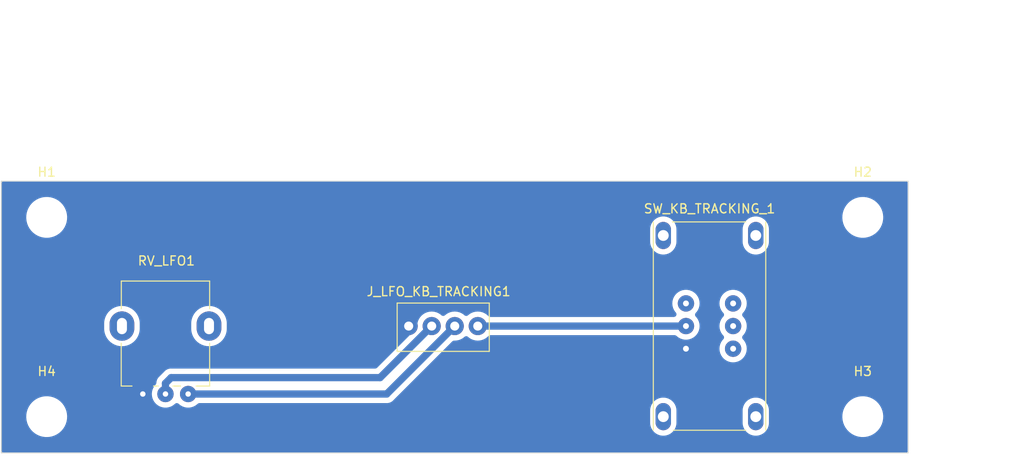
<source format=kicad_pcb>
(kicad_pcb (version 20221018) (generator pcbnew)
  (layers (0 "F.Cu" signal) (31 "B.Cu" signal) (34 "B.Paste" user) (35 "F.Paste" user) (36 "B.SilkS" user "B.Silkscreen") (37 "F.SilkS" user "F.Silkscreen") (38 "B.Mask" user) (39 "F.Mask" user) (44 "Edge.Cuts" user))
  (net 0 "")
  (net 1 "KB_TRACKING")
  (net 2 "LFO_IN")
  (net 3 "LFO_OUT")
  (net 6 "GND")
  (footprint "MountingHole:MountingHole_4mm" (layer "F.Cu") (at 162 72)
    (fp_text reference "H3" (at 0 -5) (layer "F.SilkS"))
    (fp_text value "MountingHole")
    (pad "" np_thru_hole circle (at 0 0) (size 4 4) (drill 4) (layers "*.Cu" "*.Mask"))
  )
  (footprint "MountingHole:MountingHole_4mm" (layer "F.Cu") (at 72 72)
    (fp_text reference "H4" (at 0 -5) (layer "F.SilkS"))
    (fp_text value "MountingHole")
    (pad "" np_thru_hole circle (at 0 0) (size 4 4) (drill 4) (layers "*.Cu" "*.Mask"))
  )
  (footprint "MountingHole:MountingHole_4mm" (layer "F.Cu") (at 162 50)
    (fp_text reference "H2" (at 0 -5) (layer "F.SilkS"))
    (fp_text value "MountingHole")
    (pad "" np_thru_hole circle (at 0 0) (size 4 4) (drill 4) (layers "*.Cu" "*.Mask"))
  )
  (footprint "Shmoergh_Custom_Footprints:NSL25_01x04_Vertical" (layer "F.Cu") (at 119.54 62 180)
    (fp_text reference "J_LFO_KB_TRACKING1" (at 4.318 3.81) (layer "F.SilkS"))
    (fp_text value "Conn_01x04")
    (fp_line (start -1.27 -2.794) (end 8.89 -2.794) (stroke (width 0.12)) (layer "F.SilkS"))
    (fp_line (start -1.27 2.54) (end -1.27 -2.794) (stroke (width 0.12)) (layer "F.SilkS"))
    (fp_line (start 8.89 -2.794) (end 8.89 2.54) (stroke (width 0.12)) (layer "F.SilkS"))
    (fp_line (start 8.89 2.54) (end -1.27 2.54) (stroke (width 0.12)) (layer "F.SilkS"))
    (pad "1" thru_hole circle (at 0 0 180) (size 2 2) (drill 1) (layers "*.Cu" "*.Mask") (net 1 "KB_TRACKING"))
    (pad "2" thru_hole circle (at 2.54 0 180) (size 2 2) (drill 1) (layers "*.Cu" "*.Mask") (net 2 "LFO_IN"))
    (pad "3" thru_hole circle (at 5.08 0 180) (size 2 2) (drill 1) (layers "*.Cu" "*.Mask") (net 3 "LFO_OUT"))
    (pad "4" thru_hole circle (at 7.62 0 180) (size 2 2) (drill 1) (layers "*.Cu" "*.Mask") (net 6 "GND"))
  )
  (footprint "Shmoergh_Custom_Footprints:DPDT Korg Style Switch" (layer "F.Cu") (at 145.1 62)
    (fp_text reference "SW_KB_TRACKING_1" (at 0 -12.954 unlocked) (layer "F.SilkS"))
    (fp_text value "SW_DPDT_x2")
    (fp_line (start -6.2 11.5) (end -6.2 -11.5) (stroke (width 0.12)) (layer "F.SilkS"))
    (fp_line (start -4.1 -11.5) (end 4 -11.5) (stroke (width 0.12)) (layer "F.SilkS"))
    (fp_line (start -4 11.5) (end 4 11.5) (stroke (width 0.12)) (layer "F.SilkS"))
    (fp_line (start 6.2 11.5) (end 6.2 -11.5) (stroke (width 0.12)) (layer "F.SilkS"))
    (pad "" thru_hole oval (at -5.1 -10) (size 1.7 3) (drill 1.2) (layers "*.Cu" "*.Mask"))
    (pad "" thru_hole oval (at -5.1 10) (size 1.7 3) (drill 1.2) (layers "*.Cu" "*.Mask"))
    (pad "" thru_hole oval (at 5.1 -10) (size 1.7 3) (drill 1.2) (layers "*.Cu" "*.Mask"))
    (pad "" thru_hole oval (at 5.1 10) (size 1.7 3) (drill 1.2) (layers "*.Cu" "*.Mask"))
    (pad "1" thru_hole circle (at -2.6 -2.5) (size 1.8 1.8) (drill 0.65) (layers "*.Cu" "*.Mask"))
    (pad "2" thru_hole circle (at 2.6 -2.5) (size 1.8 1.8) (drill 0.65) (layers "*.Cu" "*.Mask"))
    (pad "3" thru_hole circle (at -2.6 0) (size 1.8 1.8) (drill 0.65) (layers "*.Cu" "*.Mask") (net 1 "KB_TRACKING"))
    (pad "4" thru_hole circle (at 2.6 0) (size 1.8 1.8) (drill 0.65) (layers "*.Cu" "*.Mask"))
    (pad "5" thru_hole circle (at -2.6 2.5) (size 1.8 1.8) (drill 0.65) (layers "*.Cu" "*.Mask") (net 6 "GND"))
    (pad "6" thru_hole circle (at 2.6 2.5) (size 1.8 1.8) (drill 0.65) (layers "*.Cu" "*.Mask"))
  )
  (footprint "Shmoergh_Custom_Footprints:Potentiometer_Alpha_RD901F-40-00D_Single_Vertical" (layer "F.Cu") (at 85.1 62)
    (fp_text reference "RV_LFO1" (at 0.1 -7.2 180) (layer "F.SilkS"))
    (fp_text value "100k")
    (fp_line (start -4.88 6.62) (end -4.88 1.9) (stroke (width 0.12)) (layer "F.SilkS"))
    (fp_line (start -4.87 -1.91) (end -4.87 -4.97) (stroke (width 0.12)) (layer "F.SilkS"))
    (fp_line (start -3.69 6.62) (end -4.87 6.62) (stroke (width 0.12)) (layer "F.SilkS"))
    (fp_line (start -0.79 6.62) (end -1.32 6.62) (stroke (width 0.12)) (layer "F.SilkS"))
    (fp_line (start 1.66 6.62) (end 0.83 6.62) (stroke (width 0.12)) (layer "F.SilkS"))
    (fp_line (start 4.87 -4.97) (end -4.87 -4.97) (stroke (width 0.12)) (layer "F.SilkS"))
    (fp_line (start 4.87 -1.91) (end 4.87 -4.97) (stroke (width 0.12)) (layer "F.SilkS"))
    (fp_line (start 4.87 6.62) (end 3.38 6.62) (stroke (width 0.12)) (layer "F.SilkS"))
    (fp_line (start 4.87 6.62) (end 4.87 1.9) (stroke (width 0.12)) (layer "F.SilkS"))
    (pad "" thru_hole oval (at -4.8 0 180) (size 2.72 3.24) (drill oval 1.1 1.8) (layers "*.Cu" "*.Mask"))
    (pad "" thru_hole oval (at 4.8 0 180) (size 2.72 3.24) (drill oval 1.1 1.8) (layers "*.Cu" "*.Mask"))
    (pad "1" thru_hole rect (at -2.5 7.5 180) (size 1.8 1.8) (drill 0.6) (layers "*.Cu" "*.Mask") (net 6 "GND"))
    (pad "2" thru_hole circle (at 0 7.5 180) (size 1.8 1.8) (drill 0.6) (layers "*.Cu" "*.Mask") (net 3 "LFO_OUT"))
    (pad "3" thru_hole circle (at 2.5 7.5 180) (size 1.8 1.8) (drill 0.6) (layers "*.Cu" "*.Mask") (net 2 "LFO_IN"))
  )
  (footprint "MountingHole:MountingHole_4mm" (layer "F.Cu") (at 72 50)
    (fp_text reference "H1" (at 0 -5) (layer "F.SilkS"))
    (fp_text value "MountingHole")
    (pad "" np_thru_hole circle (at 0 0) (size 4 4) (drill 4) (layers "*.Cu" "*.Mask"))
  )
  (gr_rect (start 67 46) (end 167 76) (stroke (width 0.1)) (fill none) (layer "Edge.Cuts"))
  (segment (start 119.54 62) (end 142.5 62) (width 0.8) (layer "B.Cu") (net 1))
  (segment (start 117 62) (end 109.5 69.5) (width 0.8) (layer "B.Cu") (net 2))
  (segment (start 109.5 69.5) (end 87.472 69.5) (width 0.8) (layer "B.Cu") (net 2))
  (segment (start 114.46 62) (end 108.769 67.691) (width 0.8) (layer "B.Cu") (net 3))
  (segment (start 108.769 67.691) (end 85.725 67.691) (width 0.8) (layer "B.Cu") (net 3))
  (segment (start 85.725 67.691) (end 85.1 68.316) (width 0.8) (layer "B.Cu") (net 3))
  (segment (start 85.1 68.316) (end 85.1 69.5) (width 0.8) (layer "B.Cu") (net 3))
  (zone (net 6) (net_name "GND") (layer "B.Cu") (connect_pads yes (clearance 0.6)) (min_thickness 0.6) (fill yes (thermal_gap 0.6) (thermal_bridge_width 0.6))
    (polygon (pts (xy 67 46) (xy 167 46) (xy 167 76) (xy 67 76)))
  )
)
</source>
